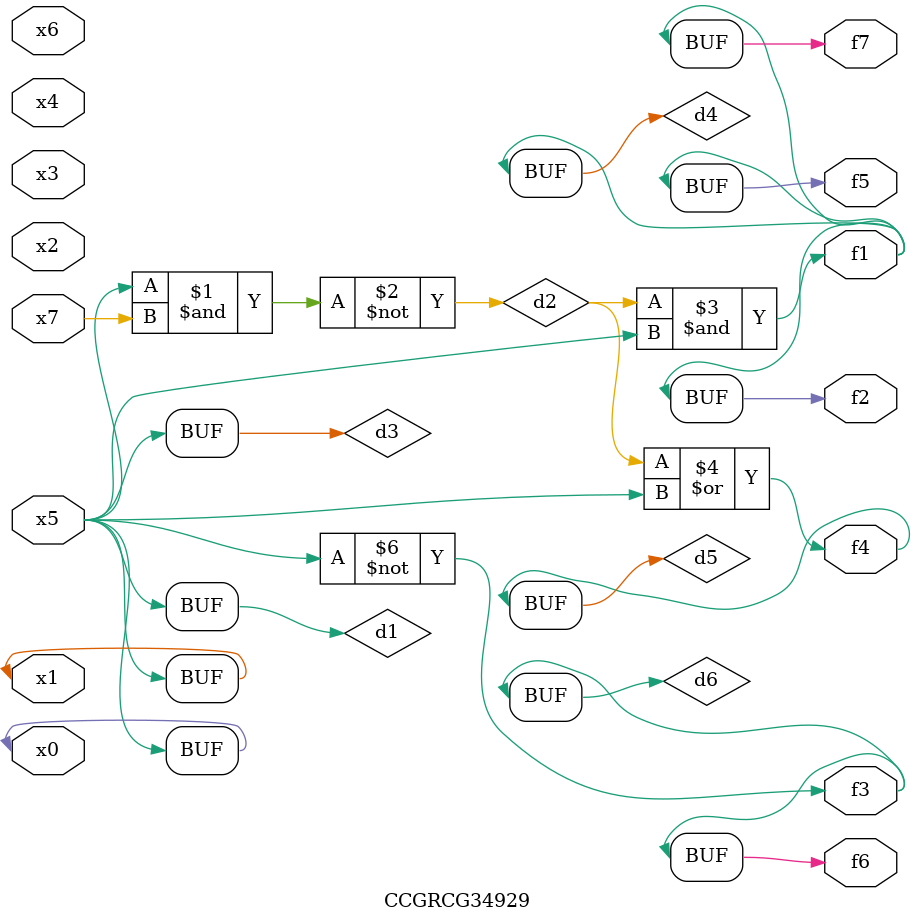
<source format=v>
module CCGRCG34929(
	input x0, x1, x2, x3, x4, x5, x6, x7,
	output f1, f2, f3, f4, f5, f6, f7
);

	wire d1, d2, d3, d4, d5, d6;

	buf (d1, x0, x5);
	nand (d2, x5, x7);
	buf (d3, x0, x1);
	and (d4, d2, d3);
	or (d5, d2, d3);
	nor (d6, d1, d3);
	assign f1 = d4;
	assign f2 = d4;
	assign f3 = d6;
	assign f4 = d5;
	assign f5 = d4;
	assign f6 = d6;
	assign f7 = d4;
endmodule

</source>
